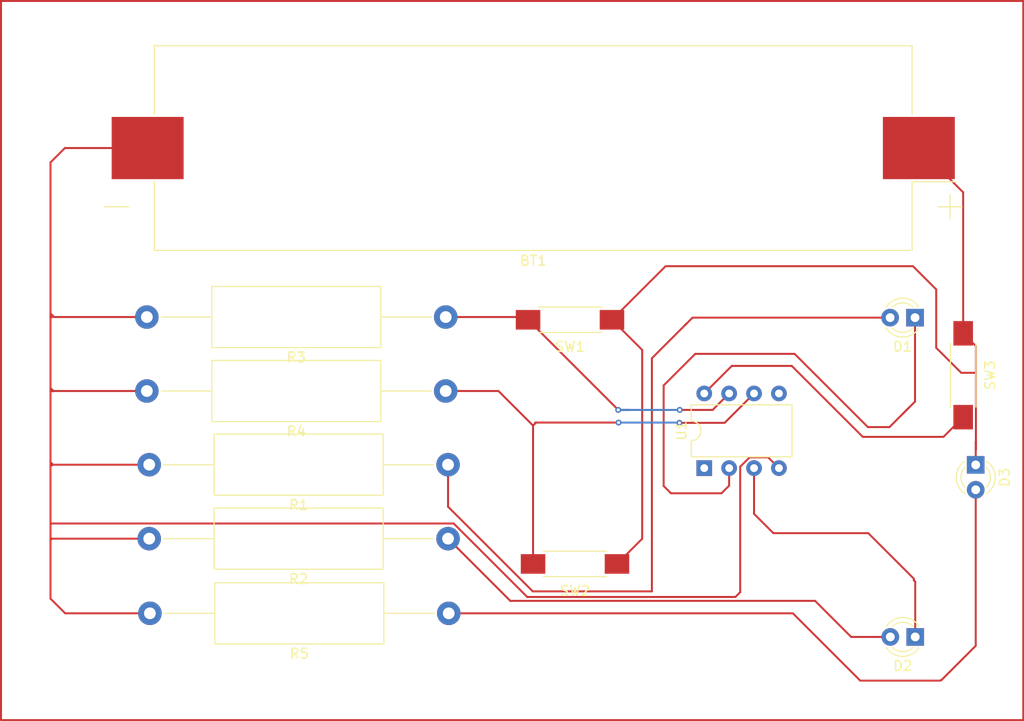
<source format=kicad_pcb>
(kicad_pcb (version 20240108) (generator "pcbnew") (generator_version "8.0")
  (layers (0 "F.Cu" signal) (31 "B.Cu" signal) (34 "B.Paste" user) (35 "F.Paste" user) (36 "B.SilkS" user "B.Silkscreen") (37 "F.SilkS" user "F.Silkscreen") (38 "B.Mask" user) (39 "F.Mask" user) (44 "Edge.Cuts" user))
  (net 0 "")
  (net 1 "Net-(BT1--)")
  (net 2 "Net-(BT1-+)")
  (net 3 "Net-(D1-K)")
  (net 4 "Net-(D1-A)")
  (net 5 "Net-(D2-A)")
  (net 6 "Net-(D2-K)")
  (net 7 "Net-(D3-A)")
  (net 8 "Net-(SW1A-A)")
  (net 9 "Net-(SW2A-A)")
  (net 12 "Net-(SW3A-A)")
  (footprint "LED_THT:LED_D3.0mm_Clear" (layer "F.Cu") (at 167.76 143.91 -90)
    (property "Reference" "D3" (at 1.27 -2.96 90) (layer "F.SilkS"))
    (property "Value" "LED")
    (fp_line (start -0.29 1.08) (end -0.29 1.236) (stroke (width 0.12)) (layer "F.SilkS"))
    (fp_line (start -0.29 -1.236) (end -0.29 -1.08) (stroke (width 0.12)) (layer "F.SilkS"))
    (fp_arc (start 2.31113 1.079837) (mid 1.270117 1.5) (end 0.229039 1.08) (stroke (width 0.12)) (layer "F.SilkS"))
    (fp_arc (start 2.942335 1.078608) (mid 1.366487 1.987659) (end -0.29 1.235516) (stroke (width 0.12)) (layer "F.SilkS"))
    (fp_arc (start 0.229039 -1.08) (mid 1.270117 -1.5) (end 2.31113 -1.079837) (stroke (width 0.12)) (layer "F.SilkS"))
    (fp_arc (start -0.29 -1.235516) (mid 1.366487 -1.987659) (end 2.942335 -1.078608) (stroke (width 0.12)) (layer "F.SilkS"))
    (pad "1" thru_hole rect (at 0 0 270) (size 1.8 1.8) (drill 0.9) (layers "*.Cu" "*.Mask") (net 2 "Net-(BT1-+)"))
    (pad "2" thru_hole circle (at 2.54 0 270) (size 1.8 1.8) (drill 0.9) (layers "*.Cu" "*.Mask") (net 7 "Net-(D3-A)"))
  )
  (footprint "Resistor_THT:R_Axial_DIN0617_L17.0mm_D6.0mm_P30.48mm_Horizontal" (layer "F.Cu") (at 114.01 159.06 180)
    (property "Reference" "R5" (at 15.24 -4.12 180) (layer "F.SilkS"))
    (property "Value" "R")
    (fp_line (start 29.04 0) (end 23.86 0) (stroke (width 0.12)) (layer "F.SilkS"))
    (fp_line (start 23.86 3.12) (end 23.86 -3.12) (stroke (width 0.12)) (layer "F.SilkS"))
    (fp_line (start 23.86 -3.12) (end 6.62 -3.12) (stroke (width 0.12)) (layer "F.SilkS"))
    (fp_line (start 6.62 3.12) (end 23.86 3.12) (stroke (width 0.12)) (layer "F.SilkS"))
    (fp_line (start 6.62 -3.12) (end 6.62 3.12) (stroke (width 0.12)) (layer "F.SilkS"))
    (fp_line (start 1.44 0) (end 6.62 0) (stroke (width 0.12)) (layer "F.SilkS"))
    (pad "1" thru_hole circle (at 0 0 180) (size 2.4 2.4) (drill 1.2) (layers "*.Cu" "*.Mask") (net 7 "Net-(D3-A)"))
    (pad "2" thru_hole oval (at 30.48 0 180) (size 2.4 2.4) (drill 1.2) (layers "*.Cu" "*.Mask") (net 1 "Net-(BT1--)"))
  )
  (footprint "Resistor_THT:R_Axial_DIN0617_L17.0mm_D6.0mm_P30.48mm_Horizontal" (layer "F.Cu") (at 113.94 151.44 180)
    (property "Reference" "R2" (at 15.24 -4.12 180) (layer "F.SilkS"))
    (property "Value" "220")
    (fp_line (start 29.04 0) (end 23.86 0) (stroke (width 0.12)) (layer "F.SilkS"))
    (fp_line (start 23.86 3.12) (end 23.86 -3.12) (stroke (width 0.12)) (layer "F.SilkS"))
    (fp_line (start 23.86 -3.12) (end 6.62 -3.12) (stroke (width 0.12)) (layer "F.SilkS"))
    (fp_line (start 6.62 3.12) (end 23.86 3.12) (stroke (width 0.12)) (layer "F.SilkS"))
    (fp_line (start 6.62 -3.12) (end 6.62 3.12) (stroke (width 0.12)) (layer "F.SilkS"))
    (fp_line (start 1.44 0) (end 6.62 0) (stroke (width 0.12)) (layer "F.SilkS"))
    (pad "1" thru_hole circle (at 0 0 180) (size 2.4 2.4) (drill 1.2) (layers "*.Cu" "*.Mask") (net 5 "Net-(D2-A)"))
    (pad "2" thru_hole oval (at 30.48 0 180) (size 2.4 2.4) (drill 1.2) (layers "*.Cu" "*.Mask") (net 1 "Net-(BT1--)"))
  )
  (footprint "Button_Switch_SMD:SW_SPST_REED_CT05-XXXX-G1" (layer "F.Cu") (at 126.38 129.1)
    (property "Reference" "SW1" (at 0 2.75 0) (layer "F.SilkS"))
    (property "Value" "SW_DPST_x1")
    (fp_line (start -3.25 -1.3) (end 3.25 -1.3) (stroke (width 0.12)) (layer "F.SilkS"))
    (fp_line (start 3.25 1.3) (end -3.25 1.3) (stroke (width 0.12)) (layer "F.SilkS"))
    (pad "1" smd rect (at -4.28 0) (size 2.5 2) (layers "F.Cu" "F.Paste" "F.Mask") (net 8 "Net-(SW1A-A)"))
    (pad "2" smd rect (at 4.28 0) (size 2.5 2) (layers "F.Cu" "F.Paste" "F.Mask") (net 2 "Net-(BT1-+)"))
  )
  (footprint "Battery:BatteryHolder_Keystone_1042_1x18650" (layer "F.Cu") (at 122.63 111.57 180)
    (property "Reference" "BT1" (at 0 -11.5 180) (layer "F.SilkS"))
    (property "Value" "6")
    (fp_line (start 43.75 -6) (end 41.25 -6) (stroke (width 0.12)) (layer "F.SilkS"))
    (fp_line (start 38.64 10.44) (end -38.64 10.44) (stroke (width 0.12)) (layer "F.SilkS"))
    (fp_line (start 38.64 3.44) (end 38.64 10.44) (stroke (width 0.12)) (layer "F.SilkS"))
    (fp_line (start 38.64 -3.44) (end 38.64 -10.42) (stroke (width 0.12)) (layer "F.SilkS"))
    (fp_line (start 38.64 -10.44) (end -38.64 -10.44) (stroke (width 0.12)) (layer "F.SilkS"))
    (fp_line (start -38.64 10.44) (end -38.64 3.44) (stroke (width 0.12)) (layer "F.SilkS"))
    (fp_line (start -38.64 -3.44) (end -43 -3.44) (stroke (width 0.12)) (layer "F.SilkS"))
    (fp_line (start -38.64 -10.44) (end -38.64 -3.44) (stroke (width 0.12)) (layer "F.SilkS"))
    (fp_line (start -42.5 -4.75) (end -42.5 -7.25) (stroke (width 0.12)) (layer "F.SilkS"))
    (fp_line (start -43.75 -6) (end -41.25 -6) (stroke (width 0.12)) (layer "F.SilkS"))
    (pad "" np_thru_hole circle (at -35.93 -8 180) (size 2.39 2.39) (drill 2.39) (layers "*.Cu" "*.Mask"))
    (pad "" np_thru_hole circle (at -27.6 8 180) (size 3.45 3.45) (drill 3.45) (layers "*.Cu" "*.Mask"))
    (pad "" np_thru_hole circle (at 27.6 -8 180) (size 3.45 3.45) (drill 3.45) (layers "*.Cu" "*.Mask"))
    (pad "1" smd rect (at -39.33 0 180) (size 7.34 6.35) (layers "F.Cu" "F.Paste" "F.Mask") (net 2 "Net-(BT1-+)"))
    (pad "2" smd rect (at 39.33 0 180) (size 7.34 6.35) (layers "F.Cu" "F.Paste" "F.Mask") (net 1 "Net-(BT1--)"))
  )
  (footprint "LED_THT:LED_D3.0mm_Clear" (layer "F.Cu") (at 161.59 161.47 180)
    (property "Reference" "D2" (at 1.27 -2.96 180) (layer "F.SilkS"))
    (property "Value" "LED")
    (fp_line (start -0.29 1.08) (end -0.29 1.236) (stroke (width 0.12)) (layer "F.SilkS"))
    (fp_line (start -0.29 -1.236) (end -0.29 -1.08) (stroke (width 0.12)) (layer "F.SilkS"))
    (fp_arc (start 2.942335 1.078608) (mid 1.366487 1.987659) (end -0.29 1.235516) (stroke (width 0.12)) (layer "F.SilkS"))
    (fp_arc (start 2.31113 1.079837) (mid 1.270117 1.5) (end 0.229039 1.08) (stroke (width 0.12)) (layer "F.SilkS"))
    (fp_arc (start 0.229039 -1.08) (mid 1.270117 -1.5) (end 2.31113 -1.079837) (stroke (width 0.12)) (layer "F.SilkS"))
    (fp_arc (start -0.29 -1.235516) (mid 1.366487 -1.987659) (end 2.942335 -1.078608) (stroke (width 0.12)) (layer "F.SilkS"))
    (pad "1" thru_hole rect (at 0 0 180) (size 1.8 1.8) (drill 0.9) (layers "*.Cu" "*.Mask") (net 6 "Net-(D2-K)"))
    (pad "2" thru_hole circle (at 2.54 0 180) (size 1.8 1.8) (drill 0.9) (layers "*.Cu" "*.Mask") (net 5 "Net-(D2-A)"))
  )
  (footprint "Button_Switch_SMD:SW_SPST_REED_CT05-XXXX-G1" (layer "F.Cu") (at 126.89 154.02)
    (property "Reference" "SW2" (at 0 2.75 0) (layer "F.SilkS"))
    (property "Value" "SW_DPST_x2")
    (fp_line (start -3.25 -1.3) (end 3.25 -1.3) (stroke (width 0.12)) (layer "F.SilkS"))
    (fp_line (start 3.25 1.3) (end -3.25 1.3) (stroke (width 0.12)) (layer "F.SilkS"))
    (pad "1" smd rect (at -4.28 0) (size 2.5 2) (layers "F.Cu" "F.Paste" "F.Mask") (net 9 "Net-(SW2A-A)"))
    (pad "2" smd rect (at 4.28 0) (size 2.5 2) (layers "F.Cu" "F.Paste" "F.Mask") (net 2 "Net-(BT1-+)"))
  )
  (footprint "Button_Switch_SMD:SW_SPST_REED_CT05-XXXX-G1" (layer "F.Cu") (at 166.48 134.76 90)
    (property "Reference" "SW3" (at 0 2.75 270) (layer "F.SilkS"))
    (property "Value" "SW_DPST_x3")
    (fp_line (start -3.25 -1.3) (end 3.25 -1.3) (stroke (width 0.12)) (layer "F.SilkS"))
    (fp_line (start 3.25 1.3) (end -3.25 1.3) (stroke (width 0.12)) (layer "F.SilkS"))
    (pad "1" smd rect (at -4.28 0 90) (size 2.5 2) (layers "F.Cu" "F.Paste" "F.Mask") (net 12 "Net-(SW3A-A)"))
    (pad "2" smd rect (at 4.28 0 90) (size 2.5 2) (layers "F.Cu" "F.Paste" "F.Mask") (net 2 "Net-(BT1-+)"))
  )
  (footprint "Package_DIP:DIP-8_W7.62mm" (layer "F.Cu") (at 140.07 144.24 90)
    (property "Reference" "U1" (at 3.81 -2.33 270) (layer "F.SilkS"))
    (property "Value" "ATtiny85-20P")
    (fp_line (start 6.46 -1.33) (end 4.81 -1.33) (stroke (width 0.12)) (layer "F.SilkS"))
    (fp_line (start 2.81 -1.33) (end 1.16 -1.33) (stroke (width 0.12)) (layer "F.SilkS"))
    (fp_line (start 1.16 -1.33) (end 1.16 8.95) (stroke (width 0.12)) (layer "F.SilkS"))
    (fp_line (start 6.46 8.95) (end 6.46 -1.33) (stroke (width 0.12)) (layer "F.SilkS"))
    (fp_line (start 1.16 8.95) (end 6.46 8.95) (stroke (width 0.12)) (layer "F.SilkS"))
    (fp_arc (start 4.81 -1.33) (mid 3.81 -0.33) (end 2.81 -1.33) (stroke (width 0.12)) (layer "F.SilkS"))
    (pad "1" thru_hole rect (at 0 0 90) (size 1.6 1.6) (drill 0.8) (layers "*.Cu" "*.Mask"))
    (pad "2" thru_hole oval (at 0 2.54 90) (size 1.6 1.6) (drill 0.8) (layers "*.Cu" "*.Mask") (net 3 "Net-(D1-K)"))
    (pad "3" thru_hole oval (at 0 5.08 90) (size 1.6 1.6) (drill 0.8) (layers "*.Cu" "*.Mask") (net 6 "Net-(D2-K)"))
    (pad "4" thru_hole oval (at 0 7.62 90) (size 1.6 1.6) (drill 0.8) (layers "*.Cu" "*.Mask") (net 1 "Net-(BT1--)"))
    (pad "5" thru_hole oval (at 7.62 7.62 90) (size 1.6 1.6) (drill 0.8) (layers "*.Cu" "*.Mask"))
    (pad "6" thru_hole oval (at 7.62 5.08 90) (size 1.6 1.6) (drill 0.8) (layers "*.Cu" "*.Mask") (net 9 "Net-(SW2A-A)"))
    (pad "7" thru_hole oval (at 7.62 2.54 90) (size 1.6 1.6) (drill 0.8) (layers "*.Cu" "*.Mask") (net 8 "Net-(SW1A-A)"))
    (pad "8" thru_hole oval (at 7.62 0 90) (size 1.6 1.6) (drill 0.8) (layers "*.Cu" "*.Mask") (net 12 "Net-(SW3A-A)"))
  )
  (footprint "Resistor_THT:R_Axial_DIN0617_L17.0mm_D6.0mm_P30.48mm_Horizontal" (layer "F.Cu") (at 113.94 143.89 180)
    (property "Reference" "R1" (at 15.24 -4.12 180) (layer "F.SilkS"))
    (property "Value" "220")
    (fp_line (start 29.04 0) (end 23.86 0) (stroke (width 0.12)) (layer "F.SilkS"))
    (fp_line (start 23.86 3.12) (end 23.86 -3.12) (stroke (width 0.12)) (layer "F.SilkS"))
    (fp_line (start 23.86 -3.12) (end 6.62 -3.12) (stroke (width 0.12)) (layer "F.SilkS"))
    (fp_line (start 6.62 3.12) (end 23.86 3.12) (stroke (width 0.12)) (layer "F.SilkS"))
    (fp_line (start 6.62 -3.12) (end 6.62 3.12) (stroke (width 0.12)) (layer "F.SilkS"))
    (fp_line (start 1.44 0) (end 6.62 0) (stroke (width 0.12)) (layer "F.SilkS"))
    (pad "1" thru_hole circle (at 0 0 180) (size 2.4 2.4) (drill 1.2) (layers "*.Cu" "*.Mask") (net 4 "Net-(D1-A)"))
    (pad "2" thru_hole oval (at 30.48 0 180) (size 2.4 2.4) (drill 1.2) (layers "*.Cu" "*.Mask") (net 1 "Net-(BT1--)"))
  )
  (footprint "LED_THT:LED_D3.0mm_Clear" (layer "F.Cu") (at 161.57 128.88 180)
    (property "Reference" "D1" (at 1.27 -2.96 180) (layer "F.SilkS"))
    (property "Value" "LED")
    (fp_line (start -0.29 1.08) (end -0.29 1.236) (stroke (width 0.12)) (layer "F.SilkS"))
    (fp_line (start -0.29 -1.236) (end -0.29 -1.08) (stroke (width 0.12)) (layer "F.SilkS"))
    (fp_arc (start 2.942335 1.078608) (mid 1.366487 1.987659) (end -0.29 1.235516) (stroke (width 0.12)) (layer "F.SilkS"))
    (fp_arc (start 2.31113 1.079837) (mid 1.270117 1.5) (end 0.229039 1.08) (stroke (width 0.12)) (layer "F.SilkS"))
    (fp_arc (start 0.229039 -1.08) (mid 1.270117 -1.5) (end 2.31113 -1.079837) (stroke (width 0.12)) (layer "F.SilkS"))
    (fp_arc (start -0.29 -1.235516) (mid 1.366487 -1.987659) (end 2.942335 -1.078608) (stroke (width 0.12)) (layer "F.SilkS"))
    (pad "1" thru_hole rect (at 0 0 180) (size 1.8 1.8) (drill 0.9) (layers "*.Cu" "*.Mask") (net 3 "Net-(D1-K)"))
    (pad "2" thru_hole circle (at 2.54 0 180) (size 1.8 1.8) (drill 0.9) (layers "*.Cu" "*.Mask") (net 4 "Net-(D1-A)"))
  )
  (footprint "Resistor_THT:R_Axial_DIN0617_L17.0mm_D6.0mm_P30.48mm_Horizontal" (layer "F.Cu") (at 113.7 128.82 180)
    (property "Reference" "R3" (at 15.24 -4.12 180) (layer "F.SilkS"))
    (property "Value" "10000")
    (fp_line (start 29.04 0) (end 23.86 0) (stroke (width 0.12)) (layer "F.SilkS"))
    (fp_line (start 23.86 3.12) (end 23.86 -3.12) (stroke (width 0.12)) (layer "F.SilkS"))
    (fp_line (start 23.86 -3.12) (end 6.62 -3.12) (stroke (width 0.12)) (layer "F.SilkS"))
    (fp_line (start 6.62 3.12) (end 23.86 3.12) (stroke (width 0.12)) (layer "F.SilkS"))
    (fp_line (start 6.62 -3.12) (end 6.62 3.12) (stroke (width 0.12)) (layer "F.SilkS"))
    (fp_line (start 1.44 0) (end 6.62 0) (stroke (width 0.12)) (layer "F.SilkS"))
    (pad "1" thru_hole circle (at 0 0 180) (size 2.4 2.4) (drill 1.2) (layers "*.Cu" "*.Mask") (net 8 "Net-(SW1A-A)"))
    (pad "2" thru_hole oval (at 30.48 0 180) (size 2.4 2.4) (drill 1.2) (layers "*.Cu" "*.Mask") (net 1 "Net-(BT1--)"))
  )
  (footprint "Resistor_THT:R_Axial_DIN0617_L17.0mm_D6.0mm_P30.48mm_Horizontal" (layer "F.Cu") (at 113.7 136.37 180)
    (property "Reference" "R4" (at 15.24 -4.12 180) (layer "F.SilkS"))
    (property "Value" "10000")
    (fp_line (start 29.04 0) (end 23.86 0) (stroke (width 0.12)) (layer "F.SilkS"))
    (fp_line (start 23.86 3.12) (end 23.86 -3.12) (stroke (width 0.12)) (layer "F.SilkS"))
    (fp_line (start 23.86 -3.12) (end 6.62 -3.12) (stroke (width 0.12)) (layer "F.SilkS"))
    (fp_line (start 6.62 3.12) (end 23.86 3.12) (stroke (width 0.12)) (layer "F.SilkS"))
    (fp_line (start 6.62 -3.12) (end 6.62 3.12) (stroke (width 0.12)) (layer "F.SilkS"))
    (fp_line (start 1.44 0) (end 6.62 0) (stroke (width 0.12)) (layer "F.SilkS"))
    (pad "1" thru_hole circle (at 0 0 180) (size 2.4 2.4) (drill 1.2) (layers "*.Cu" "*.Mask") (net 9 "Net-(SW2A-A)"))
    (pad "2" thru_hole oval (at 30.48 0 180) (size 2.4 2.4) (drill 1.2) (layers "*.Cu" "*.Mask") (net 1 "Net-(BT1--)"))
  )
  (gr_rect (start 68.34 96.56) (end 172.61 169.96) (stroke (width 0.2)) (fill none) (layer "F.Cu"))
  (segment (start 83.46 151.44) (end 73.54 151.44) (width 0.2) (layer "F.Cu") (net 1))
  (segment (start 73.69 136.37) (end 73.39 136.07) (width 0.2) (layer "F.Cu") (net 1))
  (segment (start 73.39 136.19) (end 73.39 143.64) (width 0.2) (layer "F.Cu") (net 1))
  (segment (start 74.89 159.06) (end 83.53 159.06) (width 0.2) (layer "F.Cu") (net 1))
  (segment (start 83.46 143.89) (end 73.64 143.89) (width 0.2) (layer "F.Cu") (net 1))
  (segment (start 73.55 143.96) (end 73.39 143.8) (width 0.2) (layer "F.Cu") (net 1))
  (segment (start 73.39 113.04) (end 73.39 128.45) (width 0.2) (layer "F.Cu") (net 1))
  (segment (start 143.74 156.9) (end 143.25 157.39) (width 0.2) (layer "F.Cu") (net 1))
  (segment (start 83.3 111.57) (end 74.86 111.57) (width 0.2) (layer "F.Cu") (net 1))
  (segment (start 144.694365 143.14) (end 143.74 144.094365) (width 0.2) (layer "F.Cu") (net 1))
  (segment (start 73.64 143.89) (end 73.39 143.64) (width 0.2) (layer "F.Cu") (net 1))
  (segment (start 73.39 149.97) (end 73.39 151.43) (width 0.2) (layer "F.Cu") (net 1))
  (segment (start 73.39 143.64) (end 73.39 143.8) (width 0.2) (layer "F.Cu") (net 1))
  (segment (start 143.74 144.094365) (end 143.74 156.9) (width 0.2) (layer "F.Cu") (net 1))
  (segment (start 146.59 143.14) (end 144.694365 143.14) (width 0.2) (layer "F.Cu") (net 1))
  (segment (start 73.39 136.07) (end 73.39 136.19) (width 0.2) (layer "F.Cu") (net 1))
  (segment (start 73.53 128.86) (end 73.39 128.72) (width 0.2) (layer "F.Cu") (net 1))
  (segment (start 83.22 136.37) (end 73.69 136.37) (width 0.2) (layer "F.Cu") (net 1))
  (segment (start 122.011321 157.39) (end 114.511321 149.89) (width 0.2) (layer "F.Cu") (net 1))
  (segment (start 73.39 143.8) (end 73.39 149.97) (width 0.2) (layer "F.Cu") (net 1))
  (segment (start 73.39 128.72) (end 73.39 136.07) (width 0.2) (layer "F.Cu") (net 1))
  (segment (start 73.39 151.43) (end 73.39 157.56) (width 0.2) (layer "F.Cu") (net 1))
  (segment (start 73.61 136.41) (end 73.39 136.19) (width 0.2) (layer "F.Cu") (net 1))
  (segment (start 114.511321 149.89) (end 73.47 149.89) (width 0.2) (layer "F.Cu") (net 1))
  (segment (start 73.47 151.51) (end 73.39 151.43) (width 0.2) (layer "F.Cu") (net 1))
  (segment (start 73.47 149.89) (end 73.39 149.97) (width 0.2) (layer "F.Cu") (net 1))
  (segment (start 73.39 128.45) (end 73.39 128.72) (width 0.2) (layer "F.Cu") (net 1))
  (segment (start 73.54 151.44) (end 73.47 151.51) (width 0.2) (layer "F.Cu") (net 1))
  (segment (start 143.25 157.39) (end 122.011321 157.39) (width 0.2) (layer "F.Cu") (net 1))
  (segment (start 73.76 128.82) (end 73.39 128.45) (width 0.2) (layer "F.Cu") (net 1))
  (segment (start 147.69 144.24) (end 146.59 143.14) (width 0.2) (layer "F.Cu") (net 1))
  (segment (start 73.39 157.56) (end 74.89 159.06) (width 0.2) (layer "F.Cu") (net 1))
  (segment (start 74.86 111.57) (end 73.39 113.04) (width 0.2) (layer "F.Cu") (net 1))
  (segment (start 83.22 128.82) (end 73.76 128.82) (width 0.2) (layer "F.Cu") (net 1))
  (segment (start 133.74 132.18) (end 133.74 151.45) (width 0.2) (layer "F.Cu") (net 2))
  (segment (start 161.36 123.63) (end 136.13 123.63) (width 0.2) (layer "F.Cu") (net 2))
  (segment (start 167.78 142.345) (end 167.78 141.59) (width 0.2) (layer "F.Cu") (net 2))
  (segment (start 167.76 143.91) (end 167.76 141.61) (width 0.2) (layer "F.Cu") (net 2))
  (segment (start 133.74 151.45) (end 131.17 154.02) (width 0.2) (layer "F.Cu") (net 2))
  (segment (start 166.48 116.09) (end 161.96 111.57) (width 0.2) (layer "F.Cu") (net 2))
  (segment (start 136.13 123.63) (end 130.66 129.1) (width 0.2) (layer "F.Cu") (net 2))
  (segment (start 167.78 134.51) (end 166.28 134.51) (width 0.2) (layer "F.Cu") (net 2))
  (segment (start 167.78 141.59) (end 167.78 134.51) (width 0.2) (layer "F.Cu") (net 2))
  (segment (start 163.73 131.96) (end 163.73 126) (width 0.2) (layer "F.Cu") (net 2))
  (segment (start 163.73 126) (end 161.36 123.63) (width 0.2) (layer "F.Cu") (net 2))
  (segment (start 167.78 131.78) (end 166.48 130.48) (width 0.2) (layer "F.Cu") (net 2))
  (segment (start 167.78 134.51) (end 167.78 131.78) (width 0.2) (layer "F.Cu") (net 2))
  (segment (start 130.66 129.1) (end 133.74 132.18) (width 0.2) (layer "F.Cu") (net 2))
  (segment (start 166.48 130.48) (end 166.48 116.09) (width 0.2) (layer "F.Cu") (net 2))
  (segment (start 167.76 141.61) (end 167.78 141.59) (width 0.2) (layer "F.Cu") (net 2))
  (segment (start 166.28 134.51) (end 163.73 131.96) (width 0.2) (layer "F.Cu") (net 2))
  (segment (start 160.34 138.68) (end 158.97 140.05) (width 0.2) (layer "F.Cu") (net 3))
  (segment (start 135.93 135.8) (end 135.93 146.06) (width 0.2) (layer "F.Cu") (net 3))
  (segment (start 158.97 140.05) (end 156.76 140.05) (width 0.2) (layer "F.Cu") (net 3))
  (segment (start 149.29 132.58) (end 139.15 132.58) (width 0.2) (layer "F.Cu") (net 3))
  (segment (start 161.57 128.88) (end 161.57 137.45) (width 0.2) (layer "F.Cu") (net 3))
  (segment (start 139.15 132.58) (end 135.93 135.8) (width 0.2) (layer "F.Cu") (net 3))
  (segment (start 156.76 140.05) (end 149.29 132.58) (width 0.2) (layer "F.Cu") (net 3))
  (segment (start 141.83 146.81) (end 142.61 146.03) (width 0.2) (layer "F.Cu") (net 3))
  (segment (start 161.57 137.45) (end 160.34 138.68) (width 0.2) (layer "F.Cu") (net 3))
  (segment (start 136.68 146.81) (end 141.83 146.81) (width 0.2) (layer "F.Cu") (net 3))
  (segment (start 160.93 138.09) (end 160.34 138.68) (width 0.2) (layer "F.Cu") (net 3))
  (segment (start 142.61 146.03) (end 142.61 144.24) (width 0.2) (layer "F.Cu") (net 3))
  (segment (start 135.93 146.06) (end 136.68 146.81) (width 0.2) (layer "F.Cu") (net 3))
  (segment (start 134.73 156.82) (end 134.73 133.024365) (width 0.2) (layer "F.Cu") (net 4))
  (segment (start 138.112183 129.642183) (end 138.294365 129.46) (width 0.2) (layer "F.Cu") (net 4))
  (segment (start 122.58 156.82) (end 134.73 156.82) (width 0.2) (layer "F.Cu") (net 4))
  (segment (start 159.03 128.88) (end 138.874366 128.88) (width 0.2) (layer "F.Cu") (net 4))
  (segment (start 138.874366 128.88) (end 138.112183 129.642183) (width 0.2) (layer "F.Cu") (net 4))
  (segment (start 113.94 148.18) (end 122.58 156.82) (width 0.2) (layer "F.Cu") (net 4))
  (segment (start 113.94 143.89) (end 113.94 148.18) (width 0.2) (layer "F.Cu") (net 4))
  (segment (start 134.73 133.024365) (end 138.112183 129.642183) (width 0.2) (layer "F.Cu") (net 4))
  (segment (start 155.054315 161.47) (end 151.374315 157.79) (width 0.2) (layer "F.Cu") (net 5))
  (segment (start 120.29 157.79) (end 113.94 151.44) (width 0.2) (layer "F.Cu") (net 5))
  (segment (start 159.05 161.47) (end 155.054315 161.47) (width 0.2) (layer "F.Cu") (net 5))
  (segment (start 151.374315 157.79) (end 120.29 157.79) (width 0.2) (layer "F.Cu") (net 5))
  (segment (start 161.45 155.69) (end 161.45 155.53) (width 0.2) (layer "F.Cu") (net 6))
  (segment (start 161.59 161.47) (end 161.59 155.83) (width 0.2) (layer "F.Cu") (net 6))
  (segment (start 156.8 150.88) (end 147.12 150.88) (width 0.2) (layer "F.Cu") (net 6))
  (segment (start 147.12 150.88) (end 145.15 148.91) (width 0.2) (layer "F.Cu") (net 6))
  (segment (start 161.45 155.53) (end 156.8 150.88) (width 0.2) (layer "F.Cu") (net 6))
  (segment (start 161.59 155.83) (end 161.45 155.69) (width 0.2) (layer "F.Cu") (net 6))
  (segment (start 145.15 148.91) (end 145.15 144.24) (width 0.2) (layer "F.Cu") (net 6))
  (segment (start 164.24 165.86) (end 164.28 165.86) (width 0.2) (layer "F.Cu") (net 7))
  (segment (start 155.98 165.93) (end 164.17 165.93) (width 0.2) (layer "F.Cu") (net 7))
  (segment (start 114.01 159.06) (end 149.11 159.06) (width 0.2) (layer "F.Cu") (net 7))
  (segment (start 164.28 165.86) (end 166.14 164) (width 0.2) (layer "F.Cu") (net 7))
  (segment (start 167.76 146.45) (end 167.76 162.38) (width 0.2) (layer "F.Cu") (net 7))
  (segment (start 167.76 162.38) (end 166.14 164) (width 0.2) (layer "F.Cu") (net 7))
  (segment (start 164.17 165.93) (end 164.24 165.86) (width 0.2) (layer "F.Cu") (net 7))
  (segment (start 149.11 159.06) (end 155.98 165.93) (width 0.2) (layer "F.Cu") (net 7))
  (segment (start 113.7 128.82) (end 121.82 128.82) (width 0.2) (layer "F.Cu") (net 8))
  (segment (start 121.82 128.82) (end 122.1 129.1) (width 0.2) (layer "F.Cu") (net 8))
  (segment (start 131.3 138.3) (end 122.1 129.1) (width 0.2) (layer "F.Cu") (net 8))
  (segment (start 140.93 138.3) (end 137.57 138.3) (width 0.2) (layer "F.Cu") (net 8))
  (segment (start 142.61 136.62) (end 140.93 138.3) (width 0.2) (layer "F.Cu") (net 8))
  (via (at 131.3 138.3) (size 0.6) (drill 0.3) (layers "F.Cu" "B.Cu") (net 8))
  (via (at 137.57 138.3) (size 0.6) (drill 0.3) (layers "F.Cu" "B.Cu") (net 8))
  (segment (start 137.57 138.3) (end 131.3 138.3) (width 0.2) (layer "B.Cu") (net 8))
  (segment (start 131.3 138.3) (end 132.43 138.3) (width 0.2) (layer "B.Cu") (net 8))
  (segment (start 145.15 136.62) (end 142.15 139.62) (width 0.2) (layer "F.Cu") (net 9))
  (segment (start 122.89 139.62) (end 122.61 139.9) (width 0.2) (layer "F.Cu") (net 9))
  (segment (start 122.61 154.02) (end 122.61 139.9) (width 0.2) (layer "F.Cu") (net 9))
  (segment (start 131.33 139.59) (end 122.82 139.59) (width 0.2) (layer "F.Cu") (net 9))
  (segment (start 142.15 139.62) (end 137.54 139.62) (width 0.2) (layer "F.Cu") (net 9))
  (segment (start 122.61 139.9) (end 119.08 136.37) (width 0.2) (layer "F.Cu") (net 9))
  (segment (start 119.08 136.37) (end 113.7 136.37) (width 0.2) (layer "F.Cu") (net 9))
  (via (at 137.54 139.62) (size 0.6) (drill 0.3) (layers "F.Cu" "B.Cu") (net 9))
  (via (at 131.33 139.59) (size 0.6) (drill 0.3) (layers "F.Cu" "B.Cu") (net 9))
  (segment (start 137.47 139.59) (end 131.33 139.59) (width 0.2) (layer "B.Cu") (net 9))
  (segment (start 164.47 141.05) (end 166.48 139.04) (width 0.2) (layer "F.Cu") (net 12))
  (segment (start 156.24 141.05) (end 164.47 141.05) (width 0.2) (layer "F.Cu") (net 12))
  (segment (start 140.07 136.62) (end 142.88 133.81) (width 0.2) (layer "F.Cu") (net 12))
  (segment (start 149 133.81) (end 156.24 141.05) (width 0.2) (layer "F.Cu") (net 12))
  (segment (start 142.88 133.81) (end 149 133.81) (width 0.2) (layer "F.Cu") (net 12))
)
</source>
